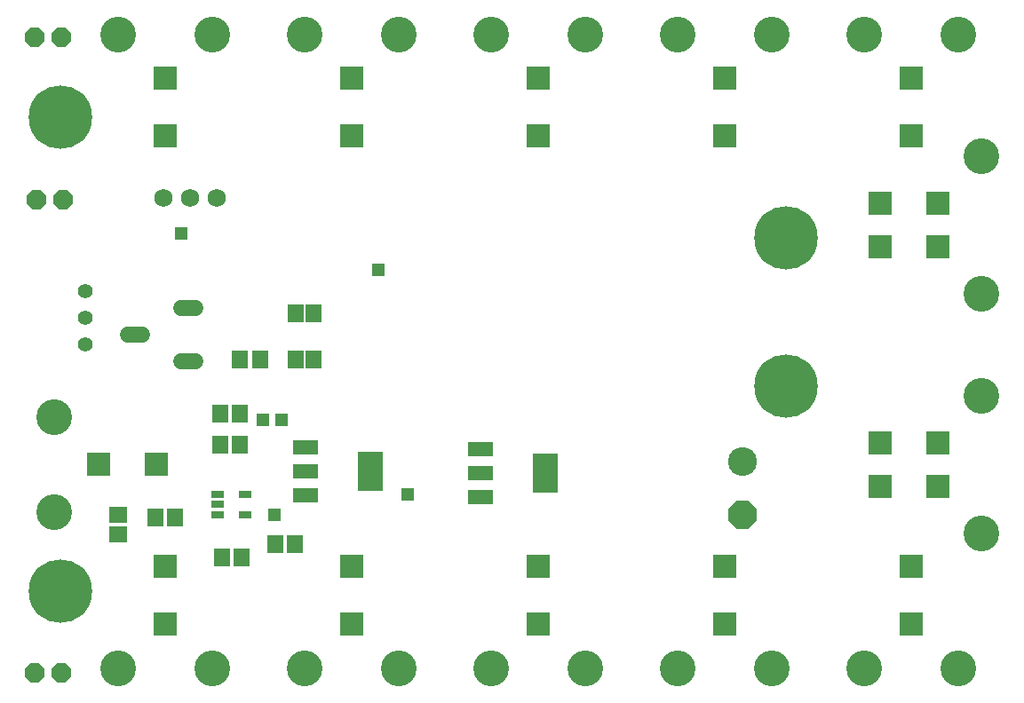
<source format=gbs>
G75*
%MOIN*%
%OFA0B0*%
%FSLAX24Y24*%
%IPPOS*%
%LPD*%
%AMOC8*
5,1,8,0,0,1.08239X$1,22.5*
%
%ADD10C,0.1080*%
%ADD11OC8,0.1080*%
%ADD12R,0.0592X0.0671*%
%ADD13R,0.0502X0.0276*%
%ADD14R,0.0907X0.0907*%
%ADD15C,0.1340*%
%ADD16R,0.0710X0.0592*%
%ADD17R,0.0592X0.0710*%
%ADD18C,0.0600*%
%ADD19R,0.0960X0.0560*%
%ADD20R,0.0946X0.1497*%
%ADD21C,0.0556*%
%ADD22OC8,0.0740*%
%ADD23C,0.0680*%
%ADD24C,0.2380*%
%ADD25R,0.0476X0.0476*%
D10*
X029771Y011708D03*
D11*
X029771Y009708D03*
D12*
X013668Y015521D03*
X012998Y015521D03*
X012998Y017271D03*
X013668Y017271D03*
D13*
X011100Y010457D03*
X011100Y009709D03*
X010066Y009709D03*
X010066Y010083D03*
X010066Y010457D03*
D14*
X007748Y011583D03*
X005583Y011583D03*
X008083Y007748D03*
X008083Y005583D03*
X015083Y005583D03*
X015083Y007748D03*
X022083Y007748D03*
X022083Y005583D03*
X029083Y005583D03*
X029083Y007748D03*
X034918Y010756D03*
X037083Y010756D03*
X037083Y012410D03*
X034918Y012410D03*
X036083Y007748D03*
X036083Y005583D03*
X037083Y019756D03*
X037083Y021410D03*
X034918Y021410D03*
X034918Y019756D03*
X036083Y023918D03*
X036083Y026083D03*
X029083Y026083D03*
X029083Y023918D03*
X022083Y023918D03*
X022083Y026083D03*
X015083Y026083D03*
X015083Y023918D03*
X008083Y023918D03*
X008083Y026083D03*
D15*
X006311Y027737D03*
X009855Y027737D03*
X013311Y027737D03*
X016855Y027737D03*
X020311Y027737D03*
X023855Y027737D03*
X027311Y027737D03*
X030855Y027737D03*
X034311Y027737D03*
X037855Y027737D03*
X038737Y023181D03*
X038737Y017985D03*
X038737Y014181D03*
X038737Y008985D03*
X037855Y003930D03*
X034311Y003930D03*
X030855Y003930D03*
X027311Y003930D03*
X023855Y003930D03*
X020311Y003930D03*
X016855Y003930D03*
X013311Y003930D03*
X009855Y003930D03*
X006311Y003930D03*
X003930Y009811D03*
X003930Y013355D03*
D16*
X006333Y009707D03*
X006333Y008959D03*
D17*
X007709Y009583D03*
X008457Y009583D03*
X010209Y008083D03*
X010957Y008083D03*
X012209Y008583D03*
X012957Y008583D03*
X010895Y012333D03*
X010147Y012333D03*
X010144Y013512D03*
X010892Y013512D03*
X010897Y015521D03*
X011645Y015521D03*
D18*
X009218Y015458D02*
X008698Y015458D01*
X007218Y016458D02*
X006698Y016458D01*
X008698Y017458D02*
X009218Y017458D01*
D19*
X013363Y012243D03*
X013363Y011333D03*
X013363Y010423D03*
X019926Y010361D03*
X019926Y011271D03*
X019926Y012181D03*
D20*
X022366Y011271D03*
X015803Y011333D03*
D21*
X005083Y016083D03*
X005083Y017083D03*
X005083Y018083D03*
D22*
X003208Y003771D03*
X004208Y003771D03*
X004271Y021521D03*
X003271Y021521D03*
X003208Y027646D03*
X004208Y027646D03*
D23*
X008021Y021583D03*
X009021Y021583D03*
X010021Y021583D03*
D24*
X004146Y024646D03*
X004146Y006833D03*
X031396Y014521D03*
X031396Y020083D03*
D25*
X017208Y010458D03*
X012458Y013271D03*
X011771Y013271D03*
X012208Y009708D03*
X016083Y018896D03*
X008708Y020271D03*
M02*

</source>
